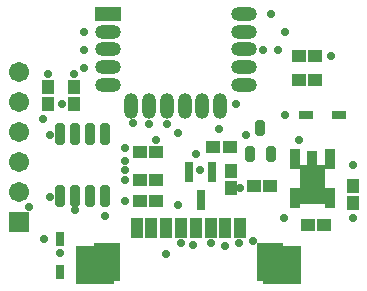
<source format=gts>
%FSTAX23Y23*%
%MOIN*%
%SFA1B1*%

%IPPOS*%
%AMD53*
4,1,8,0.015600,-0.029800,0.015600,0.029800,0.008700,0.036700,-0.008700,0.036700,-0.015600,0.029800,-0.015600,-0.029800,-0.008700,-0.036700,0.008700,-0.036700,0.015600,-0.029800,0.0*
1,1,0.013800,0.008700,-0.029800*
1,1,0.013800,0.008700,0.029800*
1,1,0.013800,-0.008700,0.029800*
1,1,0.013800,-0.008700,-0.029800*
%
%AMD57*
4,1,8,-0.016000,0.018500,-0.016000,-0.018500,-0.009000,-0.025500,0.009000,-0.025500,0.016000,-0.018500,0.016000,0.018500,0.009000,0.025500,-0.009000,0.025500,-0.016000,0.018500,0.0*
1,1,0.014000,-0.009000,0.018500*
1,1,0.014000,-0.009000,-0.018500*
1,1,0.014000,0.009000,-0.018500*
1,1,0.014000,0.009000,0.018500*
%
%ADD12R,0.003940X0.003940*%
%ADD48R,0.049340X0.031620*%
%ADD49R,0.047370X0.039500*%
%ADD50O,0.086740X0.047370*%
%ADD51C,0.068000*%
%ADD52R,0.034770X0.067060*%
G04~CAMADD=53~8~0.0~0.0~733.5~312.3~69.0~0.0~15~0.0~0.0~0.0~0.0~0~0.0~0.0~0.0~0.0~0~0.0~0.0~0.0~270.0~313.0~734.0*
%ADD53D53*%
%ADD54R,0.039500X0.047370*%
%ADD55O,0.047370X0.086740*%
%ADD56R,0.086740X0.047370*%
G04~CAMADD=57~8~0.0~0.0~509.1~320.2~70.0~0.0~15~0.0~0.0~0.0~0.0~0~0.0~0.0~0.0~0.0~0~0.0~0.0~0.0~90.0~322.0~509.0*
%ADD57D57*%
%ADD58R,0.031620X0.065090*%
%ADD59R,0.031620X0.049340*%
%ADD60R,0.130050X0.126110*%
%ADD61R,0.039500X0.070990*%
%ADD62R,0.090680X0.126110*%
%ADD63C,0.067060*%
%ADD64R,0.067060X0.067060*%
%ADD65C,0.027690*%
%LNsrt-wren-25-22-v103-1*%
%LPD*%
G36*
X01057Y00439D02*
X01082D01*
Y00311*
X00998*
Y00439*
X01023*
Y00486*
X01057*
Y00439*
G37*
G54D12*
X00811Y00707D03*
G54D48*
X01019Y00605D03*
X01129D03*
G54D49*
X00845Y0037D03*
X009D03*
X00765Y00499D03*
X0071D03*
X00995Y00804D03*
X0105D03*
Y00724D03*
X00995D03*
X00465Y00389D03*
X0052D03*
X00465Y00319D03*
X0052D03*
X00465Y00484D03*
X0052D03*
X01025Y00241D03*
X0108D03*
G54D50*
X00811Y00707D03*
Y00766D03*
Y00825D03*
Y00884D03*
Y00943D03*
X00359Y00707D03*
Y00766D03*
Y00825D03*
Y00884D03*
G54D51*
X0104Y00382D03*
G54D52*
X01099Y00459D03*
X00981D03*
Y00329D03*
X01099D03*
G54D53*
X0035Y00542D03*
X003D03*
X0025D03*
X002D03*
Y00335D03*
X0025D03*
X003D03*
X0035D03*
G54D54*
X00245Y00699D03*
Y00644D03*
X01175Y00369D03*
Y00314D03*
X0016Y00699D03*
Y00644D03*
X0077Y00419D03*
Y00364D03*
G54D55*
X00733Y00638D03*
X00674D03*
X00615D03*
X00556D03*
X00496D03*
X00437D03*
G54D56*
X00359Y00943D03*
G54D57*
X00867Y00563D03*
X00904Y00478D03*
X00831D03*
G54D58*
X00668Y00324D03*
X0063Y00417D03*
X00705D03*
G54D59*
X00198Y00192D03*
Y00082D03*
G54D60*
X0094Y00106D03*
X00315D03*
G54D61*
X00554Y00229D03*
X00603D03*
X00504D03*
X00455D03*
X00652D03*
X00701D03*
X0075D03*
X008D03*
G54D62*
X00355Y00115D03*
X009D03*
G54D63*
X00062Y0075D03*
Y0065D03*
Y0055D03*
Y0045D03*
Y0035D03*
G54D64*
X00062Y0025D03*
G54D65*
X00496Y00578D03*
X00556D03*
X00415Y00496D03*
X00144Y00592D03*
X00593Y00547D03*
X00945Y00264D03*
X01175Y00439D03*
X00415Y00389D03*
Y00319D03*
Y00454D03*
Y00424D03*
X0025Y00289D03*
X00205Y00644D03*
X00245Y00744D03*
X0028Y00764D03*
Y00824D03*
Y00884D03*
X0016Y00744D03*
X0052Y00524D03*
X0073Y00559D03*
X00665Y00424D03*
X0082Y00539D03*
X01175Y00264D03*
X00995Y00524D03*
X008Y00364D03*
X00785Y00644D03*
X00165Y00334D03*
Y00539D03*
X0035Y00269D03*
X0095Y00605D03*
X00654Y00477D03*
X00925Y00824D03*
X00948Y00882D03*
X00875Y00824D03*
X00843Y00187D03*
X01102Y00803D03*
X0104Y00393D03*
X00594Y00306D03*
X00642Y00172D03*
X0075Y00171D03*
X00554Y00143D03*
X00601Y0018D03*
X00701D03*
X00797Y00181D03*
X00198Y00145D03*
X00147Y00193D03*
X00097Y003D03*
X00441Y00579D03*
X00901Y00944D03*
M02*
</source>
